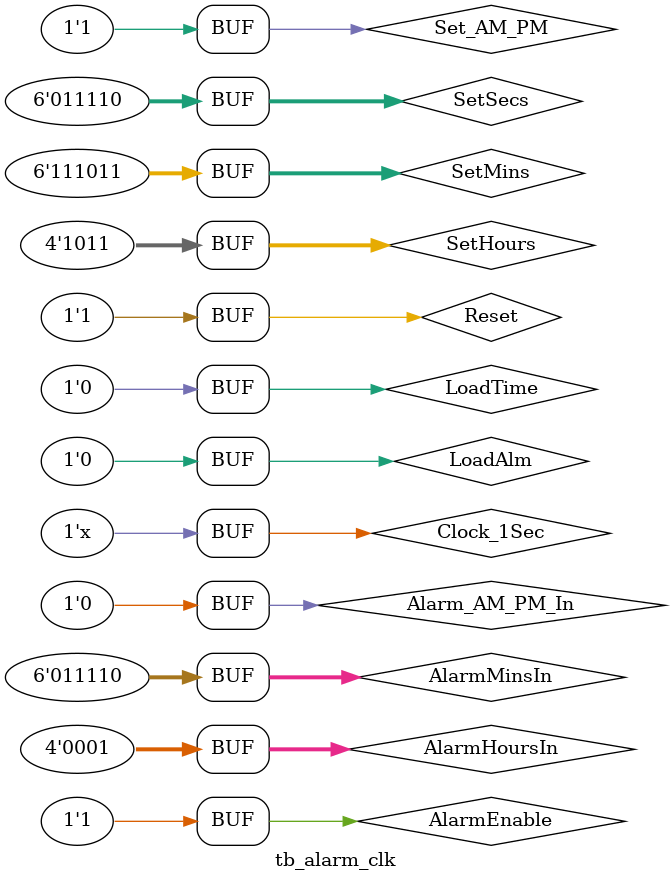
<source format=v>
`timescale 10us/1us
module tb_alarm_clk();
reg Clock_1Sec, Reset, LoadTime, LoadAlm, Set_AM_PM,
Alarm_AM_PM_In, AlarmEnable;
reg[5:0] SetSecs, SetMins, AlarmMinsIn;
reg[3:0] SetHours, AlarmHoursIn;
wire AM_PM, Alarm;
wire[5:0] Secs_C, Mins_C;
wire[3:0] Hours_C;
alarm_clk test(Clock_1Sec, Reset, LoadTime, LoadAlm,
AlarmEnable, Set_AM_PM, Alarm_AM_PM_In, SetSecs,
SetMins, AlarmMinsIn, SetHours, AlarmHoursIn,
AM_PM, Alarm, Secs_C, Mins_C, Hours_C);
always #5 Clock_1Sec=~Clock_1Sec;
initial
begin
Clock_1Sec=1;Reset=1;AlarmEnable=0;//1
SetSecs=6'd50; SetMins=6'd59; SetHours=4'd11;
Set_AM_PM=0; LoadTime=1;
LoadAlm=1; Alarm_AM_PM_In=1; AlarmHoursIn=4'd1;
AlarmMinsIn=6'd0;
#10 Reset=0;
#10 Reset=1;
#5 LoadTime=0; LoadAlm=0;
#5 AlarmEnable=1;
#2000 SetSecs=6'd30; SetMins=6'd59;//2
SetHours=4'd11; Set_AM_PM=1;
#10 LoadTime=1;
#5 LoadTime=0;
#10 AlarmHoursIn=4'd9; AlarmMinsIn=6'd57;
Alarm_AM_PM_In =0;
#5 LoadAlm=1;
#5 LoadAlm=0;
#900 AlarmHoursIn=4'd11; AlarmMinsIn=6'd0;
#5 LoadAlm=1;
#5 LoadAlm=0;
#50000 AlarmHoursIn=4'd1; AlarmMinsIn=6'd30;
#5 LoadAlm=1;	#5 LoadAlm=0;
end
endmodule

</source>
